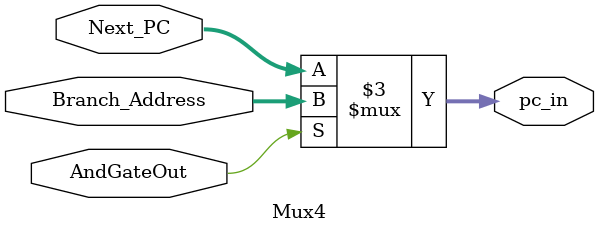
<source format=v>
module Mux4 (Branch_Address, Next_PC, AndGateOut, pc_in);

	input [31:0] Branch_Address;
	input [31:0] Next_PC;
	input AndGateOut;	
	output reg [31:0] pc_in;
	
	always @(*) begin
        if (AndGateOut)
            pc_in = Branch_Address;
        else
            pc_in = Next_PC;
    end
endmodule


</source>
